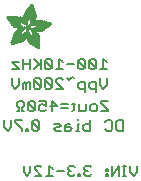
<source format=gbr>
G04 EAGLE Gerber RS-274X export*
G75*
%MOMM*%
%FSLAX34Y34*%
%LPD*%
%INSilkscreen Bottom*%
%IPPOS*%
%AMOC8*
5,1,8,0,0,1.08239X$1,22.5*%
G01*
%ADD10C,0.152400*%
%ADD11C,0.127000*%
%ADD12R,0.006300X0.050800*%
%ADD13R,0.006400X0.082600*%
%ADD14R,0.006300X0.120600*%
%ADD15R,0.006400X0.139700*%
%ADD16R,0.006300X0.158800*%
%ADD17R,0.006400X0.177800*%
%ADD18R,0.006300X0.196800*%
%ADD19R,0.006400X0.215900*%
%ADD20R,0.006300X0.228600*%
%ADD21R,0.006400X0.241300*%
%ADD22R,0.006300X0.254000*%
%ADD23R,0.006400X0.266700*%
%ADD24R,0.006300X0.279400*%
%ADD25R,0.006400X0.285700*%
%ADD26R,0.006300X0.298400*%
%ADD27R,0.006400X0.311200*%
%ADD28R,0.006300X0.317500*%
%ADD29R,0.006400X0.330200*%
%ADD30R,0.006300X0.336600*%
%ADD31R,0.006400X0.349200*%
%ADD32R,0.006300X0.361900*%
%ADD33R,0.006400X0.368300*%
%ADD34R,0.006300X0.381000*%
%ADD35R,0.006400X0.387300*%
%ADD36R,0.006300X0.393700*%
%ADD37R,0.006400X0.406400*%
%ADD38R,0.006300X0.412700*%
%ADD39R,0.006400X0.419100*%
%ADD40R,0.006300X0.431800*%
%ADD41R,0.006400X0.438100*%
%ADD42R,0.006300X0.450800*%
%ADD43R,0.006400X0.457200*%
%ADD44R,0.006300X0.463500*%
%ADD45R,0.006400X0.476200*%
%ADD46R,0.006300X0.482600*%
%ADD47R,0.006400X0.488900*%
%ADD48R,0.006300X0.501600*%
%ADD49R,0.006400X0.508000*%
%ADD50R,0.006300X0.514300*%
%ADD51R,0.006400X0.527000*%
%ADD52R,0.006300X0.533400*%
%ADD53R,0.006400X0.546100*%
%ADD54R,0.006300X0.552400*%
%ADD55R,0.006400X0.558800*%
%ADD56R,0.006300X0.571500*%
%ADD57R,0.006400X0.577800*%
%ADD58R,0.006300X0.584200*%
%ADD59R,0.006400X0.596900*%
%ADD60R,0.006300X0.603200*%
%ADD61R,0.006400X0.609600*%
%ADD62R,0.006300X0.622300*%
%ADD63R,0.006400X0.628600*%
%ADD64R,0.006300X0.641300*%
%ADD65R,0.006400X0.647700*%
%ADD66R,0.006300X0.063500*%
%ADD67R,0.006300X0.654000*%
%ADD68R,0.006400X0.101600*%
%ADD69R,0.006400X0.666700*%
%ADD70R,0.006300X0.139700*%
%ADD71R,0.006300X0.673100*%
%ADD72R,0.006400X0.165100*%
%ADD73R,0.006400X0.679400*%
%ADD74R,0.006300X0.196900*%
%ADD75R,0.006300X0.692100*%
%ADD76R,0.006400X0.222200*%
%ADD77R,0.006400X0.698500*%
%ADD78R,0.006300X0.247700*%
%ADD79R,0.006300X0.704800*%
%ADD80R,0.006400X0.279400*%
%ADD81R,0.006400X0.717500*%
%ADD82R,0.006300X0.298500*%
%ADD83R,0.006300X0.723900*%
%ADD84R,0.006400X0.736600*%
%ADD85R,0.006300X0.342900*%
%ADD86R,0.006300X0.742900*%
%ADD87R,0.006400X0.374700*%
%ADD88R,0.006400X0.749300*%
%ADD89R,0.006300X0.762000*%
%ADD90R,0.006400X0.412700*%
%ADD91R,0.006400X0.768300*%
%ADD92R,0.006300X0.438100*%
%ADD93R,0.006300X0.774700*%
%ADD94R,0.006400X0.463600*%
%ADD95R,0.006400X0.787400*%
%ADD96R,0.006300X0.793700*%
%ADD97R,0.006400X0.495300*%
%ADD98R,0.006400X0.800100*%
%ADD99R,0.006300X0.520700*%
%ADD100R,0.006300X0.812800*%
%ADD101R,0.006400X0.533400*%
%ADD102R,0.006400X0.819100*%
%ADD103R,0.006300X0.558800*%
%ADD104R,0.006300X0.825500*%
%ADD105R,0.006400X0.577900*%
%ADD106R,0.006400X0.831800*%
%ADD107R,0.006300X0.596900*%
%ADD108R,0.006300X0.844500*%
%ADD109R,0.006400X0.616000*%
%ADD110R,0.006400X0.850900*%
%ADD111R,0.006300X0.635000*%
%ADD112R,0.006300X0.857200*%
%ADD113R,0.006400X0.654100*%
%ADD114R,0.006400X0.863600*%
%ADD115R,0.006300X0.666700*%
%ADD116R,0.006300X0.869900*%
%ADD117R,0.006400X0.685800*%
%ADD118R,0.006400X0.876300*%
%ADD119R,0.006300X0.882600*%
%ADD120R,0.006400X0.723900*%
%ADD121R,0.006400X0.889000*%
%ADD122R,0.006300X0.895300*%
%ADD123R,0.006400X0.755700*%
%ADD124R,0.006400X0.901700*%
%ADD125R,0.006300X0.908000*%
%ADD126R,0.006400X0.793800*%
%ADD127R,0.006400X0.914400*%
%ADD128R,0.006300X0.806400*%
%ADD129R,0.006300X0.920700*%
%ADD130R,0.006400X0.825500*%
%ADD131R,0.006400X0.927100*%
%ADD132R,0.006300X0.933400*%
%ADD133R,0.006400X0.857300*%
%ADD134R,0.006400X0.939800*%
%ADD135R,0.006300X0.870000*%
%ADD136R,0.006300X0.939800*%
%ADD137R,0.006400X0.946100*%
%ADD138R,0.006300X0.952500*%
%ADD139R,0.006400X0.908000*%
%ADD140R,0.006400X0.958800*%
%ADD141R,0.006300X0.965200*%
%ADD142R,0.006400X0.965200*%
%ADD143R,0.006300X0.971500*%
%ADD144R,0.006400X0.952500*%
%ADD145R,0.006400X0.977900*%
%ADD146R,0.006300X0.958800*%
%ADD147R,0.006300X0.984200*%
%ADD148R,0.006400X0.971500*%
%ADD149R,0.006400X0.984200*%
%ADD150R,0.006300X0.990600*%
%ADD151R,0.006400X0.984300*%
%ADD152R,0.006400X0.996900*%
%ADD153R,0.006300X0.997000*%
%ADD154R,0.006300X0.996900*%
%ADD155R,0.006400X1.003300*%
%ADD156R,0.006300X1.016000*%
%ADD157R,0.006300X1.009600*%
%ADD158R,0.006400X1.016000*%
%ADD159R,0.006400X1.009600*%
%ADD160R,0.006300X1.022300*%
%ADD161R,0.006400X1.028700*%
%ADD162R,0.006300X1.035100*%
%ADD163R,0.006400X1.047800*%
%ADD164R,0.006300X1.054100*%
%ADD165R,0.006300X1.028700*%
%ADD166R,0.006400X1.054100*%
%ADD167R,0.006400X1.035000*%
%ADD168R,0.006300X1.060400*%
%ADD169R,0.006300X1.035000*%
%ADD170R,0.006400X1.060500*%
%ADD171R,0.006400X1.041400*%
%ADD172R,0.006300X1.066800*%
%ADD173R,0.006300X1.041400*%
%ADD174R,0.006400X1.079500*%
%ADD175R,0.006400X1.047700*%
%ADD176R,0.006300X1.085900*%
%ADD177R,0.006300X1.047700*%
%ADD178R,0.006400X1.085800*%
%ADD179R,0.006300X1.092200*%
%ADD180R,0.006400X1.085900*%
%ADD181R,0.006300X1.098600*%
%ADD182R,0.006400X1.098600*%
%ADD183R,0.006400X1.060400*%
%ADD184R,0.006300X1.104900*%
%ADD185R,0.006400X1.104900*%
%ADD186R,0.006400X1.066800*%
%ADD187R,0.006300X1.111200*%
%ADD188R,0.006400X1.117600*%
%ADD189R,0.006300X1.117600*%
%ADD190R,0.006300X1.073100*%
%ADD191R,0.006400X1.073100*%
%ADD192R,0.006300X1.124000*%
%ADD193R,0.006300X1.079500*%
%ADD194R,0.006400X1.123900*%
%ADD195R,0.006300X1.130300*%
%ADD196R,0.006400X1.130300*%
%ADD197R,0.006400X1.136700*%
%ADD198R,0.006300X1.136700*%
%ADD199R,0.006300X1.085800*%
%ADD200R,0.006400X1.136600*%
%ADD201R,0.006300X1.136600*%
%ADD202R,0.006400X1.143000*%
%ADD203R,0.006300X1.143000*%
%ADD204R,0.006300X1.149400*%
%ADD205R,0.006300X1.149300*%
%ADD206R,0.006400X1.149300*%
%ADD207R,0.006400X1.149400*%
%ADD208R,0.006400X1.155700*%
%ADD209R,0.006300X1.155700*%
%ADD210R,0.006300X1.060500*%
%ADD211R,0.006400X2.197100*%
%ADD212R,0.006300X2.197100*%
%ADD213R,0.006300X2.184400*%
%ADD214R,0.006400X2.184400*%
%ADD215R,0.006400X2.171700*%
%ADD216R,0.006300X2.171700*%
%ADD217R,0.006400X1.530300*%
%ADD218R,0.006300X1.505000*%
%ADD219R,0.006400X1.492300*%
%ADD220R,0.006300X1.485900*%
%ADD221R,0.006300X0.565200*%
%ADD222R,0.006400X1.473200*%
%ADD223R,0.006400X0.565200*%
%ADD224R,0.006300X1.460500*%
%ADD225R,0.006400X1.454100*%
%ADD226R,0.006400X0.552400*%
%ADD227R,0.006300X1.441500*%
%ADD228R,0.006300X0.546100*%
%ADD229R,0.006400X1.435100*%
%ADD230R,0.006400X0.539800*%
%ADD231R,0.006300X1.428800*%
%ADD232R,0.006400X1.422400*%
%ADD233R,0.006300X1.409700*%
%ADD234R,0.006300X0.527100*%
%ADD235R,0.006400X1.403300*%
%ADD236R,0.006400X0.527100*%
%ADD237R,0.006300X1.390700*%
%ADD238R,0.006400X1.384300*%
%ADD239R,0.006400X0.520700*%
%ADD240R,0.006300X1.384300*%
%ADD241R,0.006300X0.514400*%
%ADD242R,0.006400X1.371600*%
%ADD243R,0.006300X1.365200*%
%ADD244R,0.006300X0.508000*%
%ADD245R,0.006400X1.352600*%
%ADD246R,0.006400X0.501700*%
%ADD247R,0.006300X0.711200*%
%ADD248R,0.006300X0.603300*%
%ADD249R,0.006300X0.501700*%
%ADD250R,0.006400X0.692100*%
%ADD251R,0.006400X0.571500*%
%ADD252R,0.006300X0.679400*%
%ADD253R,0.006300X0.495300*%
%ADD254R,0.006400X0.673100*%
%ADD255R,0.006300X0.666800*%
%ADD256R,0.006300X0.488900*%
%ADD257R,0.006400X0.660400*%
%ADD258R,0.006400X0.482600*%
%ADD259R,0.006300X0.476200*%
%ADD260R,0.006400X0.654000*%
%ADD261R,0.006400X0.469900*%
%ADD262R,0.006400X0.476300*%
%ADD263R,0.006300X0.647700*%
%ADD264R,0.006300X0.457200*%
%ADD265R,0.006300X0.469900*%
%ADD266R,0.006400X0.641300*%
%ADD267R,0.006400X0.444500*%
%ADD268R,0.006300X0.463600*%
%ADD269R,0.006400X0.635000*%
%ADD270R,0.006400X0.463500*%
%ADD271R,0.006400X0.393700*%
%ADD272R,0.006400X0.450800*%
%ADD273R,0.006300X0.628600*%
%ADD274R,0.006300X0.387400*%
%ADD275R,0.006300X0.450900*%
%ADD276R,0.006400X0.628700*%
%ADD277R,0.006400X0.374600*%
%ADD278R,0.006300X0.368300*%
%ADD279R,0.006300X0.438200*%
%ADD280R,0.006400X0.622300*%
%ADD281R,0.006400X0.355600*%
%ADD282R,0.006400X0.431800*%
%ADD283R,0.006300X0.349300*%
%ADD284R,0.006300X0.425400*%
%ADD285R,0.006300X0.615900*%
%ADD286R,0.006300X0.330200*%
%ADD287R,0.006300X0.419100*%
%ADD288R,0.006300X0.616000*%
%ADD289R,0.006300X0.311200*%
%ADD290R,0.006300X0.406400*%
%ADD291R,0.006400X0.615900*%
%ADD292R,0.006400X0.304800*%
%ADD293R,0.006400X0.158800*%
%ADD294R,0.006300X0.609600*%
%ADD295R,0.006300X0.292100*%
%ADD296R,0.006300X0.235000*%
%ADD297R,0.006400X0.387400*%
%ADD298R,0.006400X0.292100*%
%ADD299R,0.006300X0.336500*%
%ADD300R,0.006300X0.260400*%
%ADD301R,0.006400X0.603300*%
%ADD302R,0.006400X0.260400*%
%ADD303R,0.006400X0.362000*%
%ADD304R,0.006400X0.450900*%
%ADD305R,0.006300X0.355600*%
%ADD306R,0.006400X0.342900*%
%ADD307R,0.006400X0.514300*%
%ADD308R,0.006300X0.234900*%
%ADD309R,0.006300X0.539700*%
%ADD310R,0.006400X0.603200*%
%ADD311R,0.006400X0.234900*%
%ADD312R,0.006400X0.920700*%
%ADD313R,0.006400X0.958900*%
%ADD314R,0.006300X0.215900*%
%ADD315R,0.006400X0.209600*%
%ADD316R,0.006300X0.203200*%
%ADD317R,0.006300X1.003300*%
%ADD318R,0.006400X0.203200*%
%ADD319R,0.006400X0.196900*%
%ADD320R,0.006300X0.190500*%
%ADD321R,0.006400X0.190500*%
%ADD322R,0.006300X0.184200*%
%ADD323R,0.006400X0.590500*%
%ADD324R,0.006400X0.184200*%
%ADD325R,0.006300X0.590500*%
%ADD326R,0.006300X0.177800*%
%ADD327R,0.006400X0.584200*%
%ADD328R,0.006400X1.168400*%
%ADD329R,0.006300X0.171500*%
%ADD330R,0.006300X1.187500*%
%ADD331R,0.006400X1.200100*%
%ADD332R,0.006300X0.577800*%
%ADD333R,0.006300X1.212900*%
%ADD334R,0.006400X1.231900*%
%ADD335R,0.006300X1.250900*%
%ADD336R,0.006400X0.565100*%
%ADD337R,0.006400X0.184100*%
%ADD338R,0.006400X1.263700*%
%ADD339R,0.006300X0.565100*%
%ADD340R,0.006300X1.289100*%
%ADD341R,0.006400X1.314400*%
%ADD342R,0.006300X0.552500*%
%ADD343R,0.006300X1.568500*%
%ADD344R,0.006400X0.552500*%
%ADD345R,0.006400X1.581200*%
%ADD346R,0.006300X1.593800*%
%ADD347R,0.006400X1.606500*%
%ADD348R,0.006300X1.619300*%
%ADD349R,0.006400X0.514400*%
%ADD350R,0.006400X1.638300*%
%ADD351R,0.006300X1.657300*%
%ADD352R,0.006400X2.209800*%
%ADD353R,0.006300X2.425700*%
%ADD354R,0.006400X2.470100*%
%ADD355R,0.006300X2.501900*%
%ADD356R,0.006400X2.533700*%
%ADD357R,0.006300X2.559000*%
%ADD358R,0.006400X2.584500*%
%ADD359R,0.006300X2.609900*%
%ADD360R,0.006400X2.628900*%
%ADD361R,0.006300X2.660600*%
%ADD362R,0.006400X2.673400*%
%ADD363R,0.006300X1.422400*%
%ADD364R,0.006300X1.200200*%
%ADD365R,0.006300X1.365300*%
%ADD366R,0.006400X1.365300*%
%ADD367R,0.006300X1.352500*%
%ADD368R,0.006300X1.098500*%
%ADD369R,0.006400X1.358900*%
%ADD370R,0.006300X1.352600*%
%ADD371R,0.006300X1.358900*%
%ADD372R,0.006300X1.371600*%
%ADD373R,0.006400X1.377900*%
%ADD374R,0.006400X1.397000*%
%ADD375R,0.006300X1.403300*%
%ADD376R,0.006300X0.914400*%
%ADD377R,0.006300X0.876300*%
%ADD378R,0.006300X0.374600*%
%ADD379R,0.006400X1.073200*%
%ADD380R,0.006300X0.374700*%
%ADD381R,0.006400X0.844600*%
%ADD382R,0.006300X0.844600*%
%ADD383R,0.006400X0.831900*%
%ADD384R,0.006400X1.092200*%
%ADD385R,0.006300X0.400000*%
%ADD386R,0.006400X0.819200*%
%ADD387R,0.006400X1.111300*%
%ADD388R,0.006400X0.812800*%
%ADD389R,0.006300X0.800100*%
%ADD390R,0.006300X0.476300*%
%ADD391R,0.006300X1.181100*%
%ADD392R,0.006400X0.501600*%
%ADD393R,0.006400X1.193800*%
%ADD394R,0.006400X0.781000*%
%ADD395R,0.006400X1.238200*%
%ADD396R,0.006300X0.781100*%
%ADD397R,0.006300X1.257300*%
%ADD398R,0.006400X1.295400*%
%ADD399R,0.006300X1.333500*%
%ADD400R,0.006400X0.774700*%
%ADD401R,0.006400X1.866900*%
%ADD402R,0.006300X0.209600*%
%ADD403R,0.006300X1.866900*%
%ADD404R,0.006400X0.768400*%
%ADD405R,0.006400X0.209500*%
%ADD406R,0.006400X1.860600*%
%ADD407R,0.006400X0.762000*%
%ADD408R,0.006300X0.768400*%
%ADD409R,0.006300X1.860600*%
%ADD410R,0.006400X1.860500*%
%ADD411R,0.006300X0.222300*%
%ADD412R,0.006300X1.854200*%
%ADD413R,0.006400X0.235000*%
%ADD414R,0.006400X1.854200*%
%ADD415R,0.006300X0.768300*%
%ADD416R,0.006400X0.260300*%
%ADD417R,0.006400X1.847800*%
%ADD418R,0.006300X0.266700*%
%ADD419R,0.006300X1.847800*%
%ADD420R,0.006400X0.273100*%
%ADD421R,0.006400X1.841500*%
%ADD422R,0.006300X0.285800*%
%ADD423R,0.006300X1.841500*%
%ADD424R,0.006400X0.298500*%
%ADD425R,0.006400X1.835100*%
%ADD426R,0.006300X0.781000*%
%ADD427R,0.006300X0.304800*%
%ADD428R,0.006300X1.835100*%
%ADD429R,0.006400X0.317500*%
%ADD430R,0.006400X1.828800*%
%ADD431R,0.006300X0.787400*%
%ADD432R,0.006300X0.323800*%
%ADD433R,0.006300X1.828800*%
%ADD434R,0.006400X0.793700*%
%ADD435R,0.006400X1.822400*%
%ADD436R,0.006300X0.806500*%
%ADD437R,0.006300X1.822400*%
%ADD438R,0.006400X1.816100*%
%ADD439R,0.006300X0.819100*%
%ADD440R,0.006300X0.387300*%
%ADD441R,0.006300X1.816100*%
%ADD442R,0.006400X1.809800*%
%ADD443R,0.006300X1.803400*%
%ADD444R,0.006400X1.797000*%
%ADD445R,0.006300X0.901700*%
%ADD446R,0.006300X1.797000*%
%ADD447R,0.006400X1.441400*%
%ADD448R,0.006400X1.790700*%
%ADD449R,0.006300X1.447800*%
%ADD450R,0.006300X1.784300*%
%ADD451R,0.006400X1.447800*%
%ADD452R,0.006400X1.784300*%
%ADD453R,0.006300X1.454100*%
%ADD454R,0.006300X1.771700*%
%ADD455R,0.006400X1.460500*%
%ADD456R,0.006400X1.759000*%
%ADD457R,0.006300X1.466800*%
%ADD458R,0.006300X1.752600*%
%ADD459R,0.006400X1.466800*%
%ADD460R,0.006400X1.739900*%
%ADD461R,0.006300X1.473200*%
%ADD462R,0.006300X1.727200*%
%ADD463R,0.006400X1.479500*%
%ADD464R,0.006400X1.714500*%
%ADD465R,0.006300X1.695400*%
%ADD466R,0.006400X1.485900*%
%ADD467R,0.006400X1.682700*%
%ADD468R,0.006300X1.492200*%
%ADD469R,0.006300X1.663700*%
%ADD470R,0.006400X1.498600*%
%ADD471R,0.006400X1.644600*%
%ADD472R,0.006300X1.498600*%
%ADD473R,0.006300X1.619200*%
%ADD474R,0.006400X1.511300*%
%ADD475R,0.006400X1.600200*%
%ADD476R,0.006300X1.517700*%
%ADD477R,0.006300X1.574800*%
%ADD478R,0.006400X1.524000*%
%ADD479R,0.006400X1.555800*%
%ADD480R,0.006300X1.524000*%
%ADD481R,0.006300X1.536700*%
%ADD482R,0.006400X1.530400*%
%ADD483R,0.006400X1.517700*%
%ADD484R,0.006300X1.492300*%
%ADD485R,0.006400X1.549400*%
%ADD486R,0.006400X1.479600*%
%ADD487R,0.006300X1.549400*%
%ADD488R,0.006400X1.555700*%
%ADD489R,0.006300X1.562100*%
%ADD490R,0.006300X0.323900*%
%ADD491R,0.006400X1.568400*%
%ADD492R,0.006400X0.336600*%
%ADD493R,0.006300X1.587500*%
%ADD494R,0.006300X0.971600*%
%ADD495R,0.006400X0.349300*%
%ADD496R,0.006300X1.600200*%
%ADD497R,0.006300X0.920800*%
%ADD498R,0.006400X0.882700*%
%ADD499R,0.006300X1.612900*%
%ADD500R,0.006300X0.362000*%
%ADD501R,0.006400X1.625600*%
%ADD502R,0.006300X1.625600*%
%ADD503R,0.006300X1.644600*%
%ADD504R,0.006300X0.736600*%
%ADD505R,0.006400X0.717600*%
%ADD506R,0.006300X1.657400*%
%ADD507R,0.006300X0.679500*%
%ADD508R,0.006400X1.663700*%
%ADD509R,0.006400X0.400000*%
%ADD510R,0.006300X1.676400*%
%ADD511R,0.006400X1.676400*%
%ADD512R,0.006400X0.425500*%
%ADD513R,0.006400X1.352500*%
%ADD514R,0.006300X0.444500*%
%ADD515R,0.006400X0.361900*%
%ADD516R,0.006300X0.088900*%
%ADD517R,0.006300X1.009700*%
%ADD518R,0.006400X1.009700*%
%ADD519R,0.006400X1.022300*%
%ADD520R,0.006400X1.346200*%
%ADD521R,0.006300X1.346200*%
%ADD522R,0.006400X1.339900*%
%ADD523R,0.006400X1.035100*%
%ADD524R,0.006300X1.339800*%
%ADD525R,0.006400X1.333500*%
%ADD526R,0.006400X1.327200*%
%ADD527R,0.006300X1.320800*%
%ADD528R,0.006400X1.314500*%
%ADD529R,0.006300X1.314400*%
%ADD530R,0.006400X1.301700*%
%ADD531R,0.006300X1.295400*%
%ADD532R,0.006400X1.289000*%
%ADD533R,0.006300X1.276300*%
%ADD534R,0.006300X1.251000*%
%ADD535R,0.006400X1.244600*%
%ADD536R,0.006300X1.231900*%
%ADD537R,0.006400X1.212800*%
%ADD538R,0.006300X1.200100*%
%ADD539R,0.006400X1.187400*%
%ADD540R,0.006300X1.168400*%
%ADD541R,0.006300X1.047800*%
%ADD542R,0.006300X0.977900*%
%ADD543R,0.006400X0.946200*%
%ADD544R,0.006400X0.933400*%
%ADD545R,0.006400X0.895300*%
%ADD546R,0.006300X0.882700*%
%ADD547R,0.006300X0.863600*%
%ADD548R,0.006400X0.857200*%
%ADD549R,0.006300X0.850900*%
%ADD550R,0.006300X0.838200*%
%ADD551R,0.006400X0.806500*%
%ADD552R,0.006300X0.717600*%
%ADD553R,0.006400X0.711200*%
%ADD554R,0.006400X0.641400*%
%ADD555R,0.006300X0.641400*%
%ADD556R,0.006300X0.628700*%
%ADD557R,0.006300X0.590600*%
%ADD558R,0.006400X0.539700*%
%ADD559R,0.006300X0.285700*%
%ADD560R,0.006300X0.222200*%
%ADD561R,0.006300X0.171400*%
%ADD562R,0.006400X0.152400*%
%ADD563R,0.006300X0.133400*%


D10*
X117712Y13215D02*
X117712Y7453D01*
X114831Y4572D01*
X111950Y7453D01*
X111950Y13215D01*
X108357Y4572D02*
X105476Y4572D01*
X106917Y4572D02*
X106917Y13215D01*
X108357Y13215D02*
X105476Y13215D01*
X102120Y13215D02*
X102120Y4572D01*
X96358Y4572D02*
X102120Y13215D01*
X96358Y13215D02*
X96358Y4572D01*
X92765Y10334D02*
X91325Y10334D01*
X91325Y8894D01*
X92765Y8894D01*
X92765Y10334D01*
X92765Y6013D02*
X91325Y6013D01*
X91325Y4572D01*
X92765Y4572D01*
X92765Y6013D01*
X78732Y11775D02*
X77292Y13215D01*
X74411Y13215D01*
X72970Y11775D01*
X72970Y10334D01*
X74411Y8894D01*
X75851Y8894D01*
X74411Y8894D02*
X72970Y7453D01*
X72970Y6013D01*
X74411Y4572D01*
X77292Y4572D01*
X78732Y6013D01*
X69377Y6013D02*
X69377Y4572D01*
X69377Y6013D02*
X67937Y6013D01*
X67937Y4572D01*
X69377Y4572D01*
X64700Y11775D02*
X63259Y13215D01*
X60378Y13215D01*
X58937Y11775D01*
X58937Y10334D01*
X60378Y8894D01*
X61819Y8894D01*
X60378Y8894D02*
X58937Y7453D01*
X58937Y6013D01*
X60378Y4572D01*
X63259Y4572D01*
X64700Y6013D01*
X55344Y8894D02*
X49582Y8894D01*
X45989Y10334D02*
X43108Y13215D01*
X43108Y4572D01*
X45989Y4572D02*
X40227Y4572D01*
X36634Y4572D02*
X30872Y4572D01*
X36634Y4572D02*
X30872Y10334D01*
X30872Y11775D01*
X32312Y13215D01*
X35194Y13215D01*
X36634Y11775D01*
X27279Y13215D02*
X27279Y7453D01*
X24398Y4572D01*
X21517Y7453D01*
X21517Y13215D01*
D11*
X87413Y67953D02*
X93345Y67953D01*
X87413Y67953D02*
X87413Y66470D01*
X93345Y60538D01*
X93345Y59055D01*
X87413Y59055D01*
X82507Y59055D02*
X79541Y59055D01*
X78058Y60538D01*
X78058Y63504D01*
X79541Y64987D01*
X82507Y64987D01*
X83990Y63504D01*
X83990Y60538D01*
X82507Y59055D01*
X74635Y60538D02*
X74635Y64987D01*
X74635Y60538D02*
X73152Y59055D01*
X68703Y59055D01*
X68703Y64987D01*
X63797Y66470D02*
X63797Y60538D01*
X62314Y59055D01*
X62314Y64987D02*
X65279Y64987D01*
X59043Y62021D02*
X53111Y62021D01*
X53111Y64987D02*
X59043Y64987D01*
X45239Y67953D02*
X45239Y59055D01*
X49687Y63504D02*
X45239Y67953D01*
X43756Y63504D02*
X49687Y63504D01*
X40332Y67953D02*
X34401Y67953D01*
X40332Y67953D02*
X40332Y63504D01*
X37366Y64987D01*
X35884Y64987D01*
X34401Y63504D01*
X34401Y60538D01*
X35884Y59055D01*
X38849Y59055D01*
X40332Y60538D01*
X30977Y60538D02*
X30977Y66470D01*
X29494Y67953D01*
X26528Y67953D01*
X25045Y66470D01*
X25045Y60538D01*
X26528Y59055D01*
X29494Y59055D01*
X30977Y60538D01*
X25045Y66470D01*
X21622Y59055D02*
X20139Y59055D01*
X20139Y62021D01*
X21622Y63504D01*
X21622Y66470D01*
X20139Y67953D01*
X17173Y67953D01*
X15690Y66470D01*
X15690Y63504D01*
X17173Y62021D01*
X17173Y59055D01*
X15690Y59055D01*
X89109Y103513D02*
X92075Y100547D01*
X89109Y103513D02*
X89109Y94615D01*
X92075Y94615D02*
X86143Y94615D01*
X82720Y96098D02*
X82720Y102030D01*
X81237Y103513D01*
X78271Y103513D01*
X76788Y102030D01*
X76788Y96098D01*
X78271Y94615D01*
X81237Y94615D01*
X82720Y96098D01*
X76788Y102030D01*
X73365Y102030D02*
X73365Y96098D01*
X73365Y102030D02*
X71882Y103513D01*
X68916Y103513D01*
X67433Y102030D01*
X67433Y96098D01*
X68916Y94615D01*
X71882Y94615D01*
X73365Y96098D01*
X67433Y102030D01*
X64009Y99064D02*
X58078Y99064D01*
X54654Y100547D02*
X51688Y103513D01*
X51688Y94615D01*
X48723Y94615D02*
X54654Y94615D01*
X45299Y96098D02*
X45299Y102030D01*
X43816Y103513D01*
X40850Y103513D01*
X39367Y102030D01*
X39367Y96098D01*
X40850Y94615D01*
X43816Y94615D01*
X45299Y96098D01*
X39367Y102030D01*
X35944Y103513D02*
X35944Y94615D01*
X35944Y97581D02*
X30012Y103513D01*
X34461Y99064D02*
X30012Y94615D01*
X26589Y94615D02*
X26589Y103513D01*
X26589Y99064D02*
X20657Y99064D01*
X20657Y103513D02*
X20657Y94615D01*
X17234Y100547D02*
X11302Y100547D01*
X17234Y94615D01*
X11302Y94615D01*
X106045Y51443D02*
X106045Y42545D01*
X101596Y42545D01*
X100113Y44028D01*
X100113Y49960D01*
X101596Y51443D01*
X106045Y51443D01*
X92241Y51443D02*
X90758Y49960D01*
X92241Y51443D02*
X95207Y51443D01*
X96690Y49960D01*
X96690Y44028D01*
X95207Y42545D01*
X92241Y42545D01*
X90758Y44028D01*
X77979Y42545D02*
X77979Y51443D01*
X77979Y42545D02*
X73531Y42545D01*
X72048Y44028D01*
X72048Y46994D01*
X73531Y48477D01*
X77979Y48477D01*
X68624Y48477D02*
X67141Y48477D01*
X67141Y42545D01*
X68624Y42545D02*
X65658Y42545D01*
X67141Y51443D02*
X67141Y52926D01*
X60905Y48477D02*
X57939Y48477D01*
X56456Y46994D01*
X56456Y42545D01*
X60905Y42545D01*
X62387Y44028D01*
X60905Y45511D01*
X56456Y45511D01*
X53032Y42545D02*
X48584Y42545D01*
X47101Y44028D01*
X48584Y45511D01*
X51549Y45511D01*
X53032Y46994D01*
X51549Y48477D01*
X47101Y48477D01*
X34322Y49960D02*
X34322Y44028D01*
X34322Y49960D02*
X32839Y51443D01*
X29873Y51443D01*
X28390Y49960D01*
X28390Y44028D01*
X29873Y42545D01*
X32839Y42545D01*
X34322Y44028D01*
X28390Y49960D01*
X24967Y44028D02*
X24967Y42545D01*
X24967Y44028D02*
X23484Y44028D01*
X23484Y42545D01*
X24967Y42545D01*
X20289Y51443D02*
X14357Y51443D01*
X14357Y49960D01*
X20289Y44028D01*
X20289Y42545D01*
X10934Y45511D02*
X10934Y51443D01*
X10934Y45511D02*
X7968Y42545D01*
X5002Y45511D01*
X5002Y51443D01*
X92075Y81071D02*
X92075Y87003D01*
X92075Y81071D02*
X89109Y78105D01*
X86143Y81071D01*
X86143Y87003D01*
X82720Y84037D02*
X82720Y75139D01*
X82720Y84037D02*
X78271Y84037D01*
X76788Y82554D01*
X76788Y79588D01*
X78271Y78105D01*
X82720Y78105D01*
X73365Y75139D02*
X73365Y84037D01*
X68916Y84037D01*
X67433Y82554D01*
X67433Y79588D01*
X68916Y78105D01*
X73365Y78105D01*
X64009Y87003D02*
X62527Y88486D01*
X59561Y85520D01*
X58078Y87003D01*
X54654Y78105D02*
X48723Y78105D01*
X54654Y78105D02*
X48723Y84037D01*
X48723Y85520D01*
X50205Y87003D01*
X53171Y87003D01*
X54654Y85520D01*
X45299Y85520D02*
X45299Y79588D01*
X45299Y85520D02*
X43816Y87003D01*
X40850Y87003D01*
X39367Y85520D01*
X39367Y79588D01*
X40850Y78105D01*
X43816Y78105D01*
X45299Y79588D01*
X39367Y85520D01*
X35944Y85520D02*
X35944Y79588D01*
X35944Y85520D02*
X34461Y87003D01*
X31495Y87003D01*
X30012Y85520D01*
X30012Y79588D01*
X31495Y78105D01*
X34461Y78105D01*
X35944Y79588D01*
X30012Y85520D01*
X26589Y84037D02*
X26589Y78105D01*
X26589Y84037D02*
X25106Y84037D01*
X23623Y82554D01*
X23623Y78105D01*
X23623Y82554D02*
X22140Y84037D01*
X20657Y82554D01*
X20657Y78105D01*
X17234Y81071D02*
X17234Y87003D01*
X17234Y81071D02*
X14268Y78105D01*
X11302Y81071D01*
X11302Y87003D01*
D12*
X7811Y138398D03*
D13*
X7874Y138430D03*
D14*
X7938Y138430D03*
D15*
X8001Y138399D03*
D16*
X8065Y138430D03*
D17*
X8128Y138398D03*
D18*
X8192Y138430D03*
D19*
X8255Y138399D03*
D20*
X8319Y138398D03*
D21*
X8382Y138335D03*
D22*
X8446Y138335D03*
D23*
X8509Y138272D03*
D24*
X8573Y138271D03*
D25*
X8636Y138240D03*
D26*
X8700Y138176D03*
D27*
X8763Y138176D03*
D28*
X8827Y138145D03*
D29*
X8890Y138081D03*
D30*
X8954Y138049D03*
D31*
X9017Y138049D03*
D32*
X9081Y137986D03*
D33*
X9144Y137954D03*
D34*
X9208Y137890D03*
D35*
X9271Y137859D03*
D36*
X9335Y137827D03*
D37*
X9398Y137763D03*
D38*
X9462Y137732D03*
D39*
X9525Y137700D03*
D40*
X9589Y137636D03*
D41*
X9652Y137605D03*
D42*
X9716Y137541D03*
D43*
X9779Y137509D03*
D44*
X9843Y137478D03*
D45*
X9906Y137414D03*
D46*
X9970Y137382D03*
D47*
X10033Y137351D03*
D48*
X10097Y137287D03*
D49*
X10160Y137255D03*
D50*
X10224Y137224D03*
D51*
X10287Y137160D03*
D52*
X10351Y137128D03*
D53*
X10414Y137065D03*
D54*
X10478Y137033D03*
D55*
X10541Y137001D03*
D56*
X10605Y136938D03*
D57*
X10668Y136906D03*
D58*
X10732Y136874D03*
D59*
X10795Y136811D03*
D60*
X10859Y136779D03*
D61*
X10922Y136747D03*
D62*
X10986Y136684D03*
D63*
X11049Y136652D03*
D64*
X11113Y136589D03*
D65*
X11176Y136557D03*
D66*
X11240Y116745D03*
D67*
X11240Y136525D03*
D68*
X11303Y116745D03*
D69*
X11303Y136462D03*
D70*
X11367Y116809D03*
D71*
X11367Y136430D03*
D72*
X11430Y116872D03*
D73*
X11430Y136398D03*
D74*
X11494Y116904D03*
D75*
X11494Y136335D03*
D76*
X11557Y116967D03*
D77*
X11557Y136303D03*
D78*
X11621Y117031D03*
D79*
X11621Y136271D03*
D80*
X11684Y117126D03*
D81*
X11684Y136208D03*
D82*
X11748Y117158D03*
D83*
X11748Y136176D03*
D29*
X11811Y117253D03*
D84*
X11811Y136112D03*
D85*
X11875Y117317D03*
D86*
X11875Y136081D03*
D87*
X11938Y117412D03*
D88*
X11938Y136049D03*
D36*
X12002Y117507D03*
D89*
X12002Y135985D03*
D90*
X12065Y117539D03*
D91*
X12065Y135954D03*
D92*
X12129Y117666D03*
D93*
X12129Y135922D03*
D94*
X12192Y117729D03*
D95*
X12192Y135858D03*
D46*
X12256Y117824D03*
D96*
X12256Y135827D03*
D97*
X12319Y117888D03*
D98*
X12319Y135795D03*
D99*
X12383Y118015D03*
D100*
X12383Y135731D03*
D101*
X12446Y118078D03*
D102*
X12446Y135700D03*
D103*
X12510Y118205D03*
D104*
X12510Y135668D03*
D105*
X12573Y118301D03*
D106*
X12573Y135636D03*
D107*
X12637Y118396D03*
D108*
X12637Y135573D03*
D109*
X12700Y118491D03*
D110*
X12700Y135541D03*
D111*
X12764Y118586D03*
D112*
X12764Y135509D03*
D113*
X12827Y118682D03*
D114*
X12827Y135477D03*
D115*
X12891Y118809D03*
D116*
X12891Y135446D03*
D117*
X12954Y118904D03*
D118*
X12954Y135414D03*
D79*
X13018Y118999D03*
D119*
X13018Y135382D03*
D120*
X13081Y119095D03*
D121*
X13081Y135350D03*
D86*
X13145Y119190D03*
D122*
X13145Y135319D03*
D123*
X13208Y119317D03*
D124*
X13208Y135287D03*
D93*
X13272Y119412D03*
D125*
X13272Y135255D03*
D126*
X13335Y119507D03*
D127*
X13335Y135223D03*
D128*
X13399Y119634D03*
D129*
X13399Y135192D03*
D130*
X13462Y119730D03*
D131*
X13462Y135160D03*
D108*
X13526Y119825D03*
D132*
X13526Y135128D03*
D133*
X13589Y119952D03*
D134*
X13589Y135096D03*
D135*
X13653Y120015D03*
D136*
X13653Y135096D03*
D121*
X13716Y120110D03*
D137*
X13716Y135065D03*
D122*
X13780Y120206D03*
D138*
X13780Y135033D03*
D139*
X13843Y120269D03*
D140*
X13843Y135001D03*
D129*
X13907Y120333D03*
D141*
X13907Y134969D03*
D131*
X13970Y120428D03*
D142*
X13970Y134969D03*
D136*
X14034Y120491D03*
D143*
X14034Y134938D03*
D144*
X14097Y120555D03*
D145*
X14097Y134906D03*
D146*
X14161Y120650D03*
D147*
X14161Y134874D03*
D148*
X14224Y120714D03*
D149*
X14224Y134874D03*
D147*
X14288Y120777D03*
D150*
X14288Y134842D03*
D151*
X14351Y120841D03*
D152*
X14351Y134811D03*
D153*
X14415Y120904D03*
D154*
X14415Y134811D03*
D155*
X14478Y120936D03*
X14478Y134779D03*
D156*
X14542Y120999D03*
D157*
X14542Y134747D03*
D158*
X14605Y121063D03*
D159*
X14605Y134747D03*
D160*
X14669Y121095D03*
D156*
X14669Y134715D03*
D161*
X14732Y121190D03*
D158*
X14732Y134715D03*
D162*
X14796Y121222D03*
D160*
X14796Y134684D03*
D163*
X14859Y121285D03*
D161*
X14859Y134652D03*
D164*
X14923Y121317D03*
D165*
X14923Y134652D03*
D166*
X14986Y121381D03*
D167*
X14986Y134620D03*
D168*
X15050Y121412D03*
D169*
X15050Y134620D03*
D170*
X15113Y121476D03*
D171*
X15113Y134588D03*
D172*
X15177Y121507D03*
D173*
X15177Y134588D03*
D174*
X15240Y121571D03*
D175*
X15240Y134557D03*
D176*
X15304Y121603D03*
D177*
X15304Y134557D03*
D178*
X15367Y121666D03*
D166*
X15367Y134525D03*
D179*
X15431Y121698D03*
D164*
X15431Y134525D03*
D180*
X15494Y121730D03*
D166*
X15494Y134525D03*
D181*
X15558Y121793D03*
D168*
X15558Y134493D03*
D182*
X15621Y121793D03*
D183*
X15621Y134493D03*
D184*
X15685Y121825D03*
D172*
X15685Y134461D03*
D185*
X15748Y121889D03*
D186*
X15748Y134461D03*
D187*
X15812Y121920D03*
D172*
X15812Y134461D03*
D188*
X15875Y121952D03*
D186*
X15875Y134461D03*
D189*
X15939Y122015D03*
D190*
X15939Y134430D03*
D188*
X16002Y122015D03*
D191*
X16002Y134430D03*
D192*
X16066Y122047D03*
D193*
X16066Y134398D03*
D194*
X16129Y122111D03*
D174*
X16129Y134398D03*
D195*
X16193Y122143D03*
D193*
X16193Y134398D03*
D196*
X16256Y122143D03*
D174*
X16256Y134398D03*
D195*
X16320Y122206D03*
D193*
X16320Y134398D03*
D197*
X16383Y122238D03*
D178*
X16383Y134366D03*
D198*
X16447Y122238D03*
D199*
X16447Y134366D03*
D200*
X16510Y122301D03*
D174*
X16510Y134335D03*
D201*
X16574Y122301D03*
D193*
X16574Y134335D03*
D202*
X16637Y122333D03*
D180*
X16637Y134303D03*
D203*
X16701Y122396D03*
D176*
X16701Y134303D03*
D202*
X16764Y122396D03*
D180*
X16764Y134303D03*
D204*
X16828Y122428D03*
D176*
X16828Y134303D03*
D202*
X16891Y122460D03*
D180*
X16891Y134303D03*
D205*
X16955Y122492D03*
D176*
X16955Y134303D03*
D206*
X17018Y122492D03*
D180*
X17018Y134303D03*
D204*
X17082Y122555D03*
D176*
X17082Y134303D03*
D207*
X17145Y122555D03*
D180*
X17145Y134303D03*
D204*
X17209Y122555D03*
D199*
X17209Y134239D03*
D206*
X17272Y122619D03*
D178*
X17272Y134239D03*
D205*
X17336Y122619D03*
D199*
X17336Y134239D03*
D208*
X17399Y122651D03*
D178*
X17399Y134239D03*
D204*
X17463Y122682D03*
D199*
X17463Y134239D03*
D207*
X17526Y122682D03*
D178*
X17526Y134239D03*
D209*
X17590Y122714D03*
D199*
X17590Y134239D03*
D206*
X17653Y122746D03*
D178*
X17653Y134239D03*
D205*
X17717Y122746D03*
D193*
X17717Y134208D03*
D208*
X17780Y122778D03*
D174*
X17780Y134208D03*
D204*
X17844Y122809D03*
D193*
X17844Y134208D03*
D207*
X17907Y122809D03*
D174*
X17907Y134208D03*
D204*
X17971Y122809D03*
D193*
X17971Y134208D03*
D206*
X18034Y122873D03*
D191*
X18034Y134176D03*
D205*
X18098Y122873D03*
D190*
X18098Y134176D03*
D206*
X18161Y122873D03*
D186*
X18161Y134207D03*
D204*
X18225Y122936D03*
D172*
X18225Y134207D03*
D207*
X18288Y122936D03*
D186*
X18288Y134207D03*
D204*
X18352Y122936D03*
D210*
X18352Y134176D03*
D202*
X18415Y122968D03*
D170*
X18415Y134176D03*
D205*
X18479Y123000D03*
D210*
X18479Y134176D03*
D206*
X18542Y123000D03*
D166*
X18542Y134144D03*
D203*
X18606Y123031D03*
D164*
X18606Y134144D03*
D207*
X18669Y123063D03*
D166*
X18669Y134144D03*
D204*
X18733Y123063D03*
D164*
X18733Y134144D03*
D211*
X18796Y128366D03*
D212*
X18860Y128366D03*
D211*
X18923Y128366D03*
D213*
X18987Y128365D03*
D214*
X19050Y128365D03*
D213*
X19114Y128365D03*
D215*
X19177Y128366D03*
D216*
X19241Y128366D03*
D217*
X19304Y125159D03*
D59*
X19304Y136176D03*
D218*
X19368Y125095D03*
D58*
X19368Y136239D03*
D219*
X19431Y125032D03*
D57*
X19431Y136271D03*
D220*
X19495Y125000D03*
D221*
X19495Y136271D03*
D222*
X19558Y124936D03*
D223*
X19558Y136271D03*
D224*
X19622Y124937D03*
D54*
X19622Y136271D03*
D225*
X19685Y124905D03*
D226*
X19685Y136271D03*
D227*
X19749Y124905D03*
D228*
X19749Y136240D03*
D229*
X19812Y124873D03*
D230*
X19812Y136271D03*
D231*
X19876Y124841D03*
D52*
X19876Y136239D03*
D232*
X19939Y124809D03*
D101*
X19939Y136239D03*
D233*
X20003Y124810D03*
D234*
X20003Y136208D03*
D235*
X20066Y124778D03*
D236*
X20066Y136208D03*
D237*
X20130Y124778D03*
D99*
X20130Y136176D03*
D238*
X20193Y124746D03*
D239*
X20193Y136176D03*
D240*
X20257Y124746D03*
D241*
X20257Y136144D03*
D242*
X20320Y124746D03*
D49*
X20320Y136112D03*
D243*
X20384Y124714D03*
D244*
X20384Y136112D03*
D245*
X20447Y124714D03*
D246*
X20447Y136081D03*
D247*
X20511Y121507D03*
D248*
X20511Y128461D03*
D249*
X20511Y136081D03*
D250*
X20574Y121476D03*
D251*
X20574Y128556D03*
D97*
X20574Y136049D03*
D252*
X20638Y121412D03*
D228*
X20638Y128620D03*
D253*
X20638Y135986D03*
D254*
X20701Y121444D03*
D101*
X20701Y128683D03*
D47*
X20701Y135954D03*
D255*
X20765Y121412D03*
D50*
X20765Y128715D03*
D256*
X20765Y135954D03*
D257*
X20828Y121380D03*
D97*
X20828Y128747D03*
D258*
X20828Y135922D03*
D67*
X20892Y121412D03*
D46*
X20892Y128810D03*
D259*
X20892Y135890D03*
D260*
X20955Y121412D03*
D261*
X20955Y128810D03*
D262*
X20955Y135827D03*
D263*
X21019Y121444D03*
D264*
X21019Y128873D03*
D265*
X21019Y135795D03*
D266*
X21082Y121476D03*
D267*
X21082Y128874D03*
D261*
X21082Y135795D03*
D64*
X21146Y121476D03*
D40*
X21146Y128937D03*
D268*
X21146Y135763D03*
D269*
X21209Y121507D03*
D39*
X21209Y128937D03*
D270*
X21209Y135700D03*
D111*
X21273Y121507D03*
D38*
X21273Y128969D03*
D264*
X21273Y135668D03*
D63*
X21336Y121539D03*
D271*
X21336Y129001D03*
D272*
X21336Y135636D03*
D273*
X21400Y121539D03*
D274*
X21400Y129032D03*
D275*
X21400Y135573D03*
D276*
X21463Y121603D03*
D277*
X21463Y129032D03*
D267*
X21463Y135541D03*
D62*
X21527Y121635D03*
D278*
X21527Y129064D03*
D279*
X21527Y135509D03*
D280*
X21590Y121635D03*
D281*
X21590Y129064D03*
D282*
X21590Y135414D03*
D62*
X21654Y121698D03*
D283*
X21654Y129096D03*
D284*
X21654Y135382D03*
D280*
X21717Y121698D03*
D29*
X21717Y129127D03*
D39*
X21717Y135351D03*
D285*
X21781Y121730D03*
D286*
X21781Y129127D03*
D287*
X21781Y135287D03*
D109*
X21844Y121793D03*
D27*
X21844Y129159D03*
D37*
X21844Y135223D03*
D288*
X21908Y121793D03*
D289*
X21908Y129159D03*
D290*
X21908Y135160D03*
D291*
X21971Y121857D03*
D292*
X21971Y129191D03*
D271*
X21971Y135097D03*
D293*
X21971Y139065D03*
D294*
X22035Y121888D03*
D295*
X22035Y129191D03*
D36*
X22035Y135033D03*
D296*
X22035Y139065D03*
D109*
X22098Y121920D03*
D25*
X22098Y129223D03*
D297*
X22098Y135001D03*
D298*
X22098Y139097D03*
D285*
X22162Y121984D03*
D24*
X22162Y129254D03*
D34*
X22162Y134906D03*
D299*
X22162Y139129D03*
D61*
X22225Y122015D03*
D23*
X22225Y129255D03*
D277*
X22225Y134874D03*
D87*
X22225Y139129D03*
D294*
X22289Y122079D03*
D300*
X22289Y129286D03*
D278*
X22289Y134779D03*
D38*
X22289Y139129D03*
D301*
X22352Y122111D03*
D302*
X22352Y129286D03*
D303*
X22352Y134747D03*
D304*
X22352Y139129D03*
D294*
X22416Y122142D03*
D22*
X22416Y129318D03*
D305*
X22416Y134652D03*
D46*
X22416Y139097D03*
D61*
X22479Y122206D03*
D21*
X22479Y129318D03*
D306*
X22479Y134589D03*
D307*
X22479Y139129D03*
D248*
X22543Y122238D03*
D308*
X22543Y129350D03*
D85*
X22543Y134525D03*
D309*
X22543Y139129D03*
D310*
X22606Y122301D03*
D311*
X22606Y129350D03*
D312*
X22606Y137351D03*
D248*
X22670Y122365D03*
D20*
X22670Y129381D03*
D132*
X22670Y137414D03*
D310*
X22733Y122428D03*
D19*
X22733Y129382D03*
D313*
X22733Y137478D03*
D107*
X22797Y122460D03*
D314*
X22797Y129382D03*
D141*
X22797Y137509D03*
D59*
X22860Y122524D03*
D315*
X22860Y129413D03*
D149*
X22860Y137541D03*
D107*
X22924Y122587D03*
D316*
X22924Y129445D03*
D317*
X22924Y137573D03*
D59*
X22987Y122651D03*
D318*
X22987Y129445D03*
D158*
X22987Y137636D03*
D107*
X23051Y122714D03*
D74*
X23051Y129477D03*
D169*
X23051Y137668D03*
D59*
X23114Y122778D03*
D319*
X23114Y129477D03*
D163*
X23114Y137668D03*
D107*
X23178Y122841D03*
D320*
X23178Y129509D03*
D172*
X23178Y137700D03*
D59*
X23241Y122905D03*
D321*
X23241Y129509D03*
D191*
X23241Y137732D03*
D107*
X23305Y122968D03*
D322*
X23305Y129540D03*
D179*
X23305Y137763D03*
D323*
X23368Y123000D03*
D324*
X23368Y129540D03*
D185*
X23368Y137764D03*
D325*
X23432Y123127D03*
D326*
X23432Y129572D03*
D192*
X23432Y137795D03*
D327*
X23495Y123158D03*
D17*
X23495Y129572D03*
D200*
X23495Y137795D03*
D325*
X23559Y123254D03*
D326*
X23559Y129572D03*
D209*
X23559Y137827D03*
D327*
X23622Y123349D03*
D17*
X23622Y129572D03*
D328*
X23622Y137827D03*
D58*
X23686Y123412D03*
D329*
X23686Y129604D03*
D330*
X23686Y137859D03*
D105*
X23749Y123508D03*
D17*
X23749Y129635D03*
D331*
X23749Y137859D03*
D332*
X23813Y123571D03*
D326*
X23813Y129635D03*
D333*
X23813Y137859D03*
D57*
X23876Y123698D03*
D324*
X23876Y129667D03*
D334*
X23876Y137891D03*
D56*
X23940Y123794D03*
D322*
X23940Y129667D03*
D335*
X23940Y137859D03*
D336*
X24003Y123889D03*
D337*
X24003Y129731D03*
D338*
X24003Y137859D03*
D339*
X24067Y124016D03*
D74*
X24067Y129731D03*
D340*
X24067Y137859D03*
D55*
X24130Y124111D03*
D315*
X24130Y129794D03*
D341*
X24130Y137795D03*
D342*
X24194Y124270D03*
D343*
X24194Y136589D03*
D344*
X24257Y124397D03*
D345*
X24257Y136652D03*
D52*
X24321Y124555D03*
D346*
X24321Y136652D03*
D101*
X24384Y124746D03*
D347*
X24384Y136716D03*
D99*
X24448Y124873D03*
D348*
X24448Y136716D03*
D349*
X24511Y125095D03*
D350*
X24511Y136748D03*
D99*
X24575Y125318D03*
D351*
X24575Y136716D03*
D352*
X24638Y134017D03*
D353*
X24702Y133065D03*
D354*
X24765Y132906D03*
D355*
X24829Y132811D03*
D356*
X24892Y132779D03*
D357*
X24956Y132715D03*
D358*
X25019Y132652D03*
D359*
X25083Y132652D03*
D360*
X25146Y132620D03*
D361*
X25210Y132588D03*
D362*
X25273Y132588D03*
D363*
X25337Y126143D03*
D364*
X25337Y140081D03*
D238*
X25400Y125889D03*
D208*
X25400Y140367D03*
D365*
X25464Y125667D03*
D192*
X25464Y140589D03*
D366*
X25527Y125540D03*
D188*
X25527Y140748D03*
D367*
X25591Y125413D03*
D368*
X25591Y140907D03*
D369*
X25654Y125318D03*
D180*
X25654Y141034D03*
D370*
X25718Y125222D03*
D193*
X25718Y141193D03*
D369*
X25781Y125127D03*
D186*
X25781Y141319D03*
D371*
X25845Y125064D03*
D210*
X25845Y141415D03*
D242*
X25908Y125000D03*
D170*
X25908Y141542D03*
D372*
X25972Y124936D03*
D164*
X25972Y141637D03*
D373*
X26035Y124905D03*
D183*
X26035Y141732D03*
D240*
X26099Y124873D03*
D164*
X26099Y141828D03*
D374*
X26162Y124809D03*
D170*
X26162Y141923D03*
D375*
X26226Y124778D03*
D164*
X26226Y142018D03*
D134*
X26289Y122396D03*
D37*
X26289Y129762D03*
D166*
X26289Y142082D03*
D376*
X26353Y122206D03*
D36*
X26353Y129890D03*
D210*
X26353Y142177D03*
D121*
X26416Y122015D03*
D87*
X26416Y129985D03*
D183*
X26416Y142240D03*
D377*
X26480Y121889D03*
D378*
X26480Y130048D03*
D190*
X26480Y142304D03*
D114*
X26543Y121761D03*
D33*
X26543Y130080D03*
D379*
X26543Y142367D03*
D112*
X26607Y121666D03*
D380*
X26607Y130112D03*
D190*
X26607Y142431D03*
D381*
X26670Y121539D03*
D277*
X26670Y130175D03*
D178*
X26670Y142494D03*
D382*
X26734Y121412D03*
D34*
X26734Y130207D03*
D179*
X26734Y142526D03*
D383*
X26797Y121349D03*
D35*
X26797Y130239D03*
D384*
X26797Y142589D03*
D104*
X26861Y121254D03*
D385*
X26861Y130302D03*
D184*
X26861Y142653D03*
D386*
X26924Y121158D03*
D37*
X26924Y130334D03*
D387*
X26924Y142685D03*
D100*
X26988Y121063D03*
D287*
X26988Y130398D03*
D195*
X26988Y142717D03*
D388*
X27051Y120999D03*
D282*
X27051Y130461D03*
D200*
X27051Y142748D03*
D128*
X27115Y120904D03*
D92*
X27115Y130493D03*
D204*
X27115Y142748D03*
D98*
X27178Y120809D03*
D94*
X27178Y130556D03*
D328*
X27178Y142780D03*
D389*
X27242Y120746D03*
D390*
X27242Y130620D03*
D391*
X27242Y142780D03*
D126*
X27305Y120650D03*
D392*
X27305Y130683D03*
D393*
X27305Y142780D03*
D96*
X27369Y120587D03*
D50*
X27369Y130747D03*
D333*
X27369Y142812D03*
D394*
X27432Y120523D03*
D53*
X27432Y130842D03*
D395*
X27432Y142748D03*
D396*
X27496Y120460D03*
D332*
X27496Y130937D03*
D397*
X27496Y142717D03*
D394*
X27559Y120396D03*
D109*
X27559Y131064D03*
D398*
X27559Y142653D03*
D396*
X27623Y120333D03*
D20*
X27623Y129127D03*
D284*
X27623Y132461D03*
D399*
X27623Y142526D03*
D400*
X27686Y120301D03*
D19*
X27686Y129001D03*
D401*
X27686Y139923D03*
D93*
X27750Y120238D03*
D402*
X27750Y128905D03*
D403*
X27750Y139986D03*
D404*
X27813Y120142D03*
D405*
X27813Y128842D03*
D406*
X27813Y140081D03*
D93*
X27877Y120111D03*
D402*
X27877Y128778D03*
D403*
X27877Y140113D03*
D407*
X27940Y120047D03*
D19*
X27940Y128747D03*
D406*
X27940Y140208D03*
D408*
X28004Y120015D03*
D314*
X28004Y128683D03*
D409*
X28004Y140208D03*
D91*
X28067Y119952D03*
D76*
X28067Y128651D03*
D410*
X28067Y140272D03*
D408*
X28131Y119888D03*
D411*
X28131Y128588D03*
D412*
X28131Y140303D03*
D407*
X28194Y119856D03*
D413*
X28194Y128524D03*
D414*
X28194Y140367D03*
D415*
X28258Y119825D03*
D308*
X28258Y128461D03*
D412*
X28258Y140367D03*
D404*
X28321Y119761D03*
D21*
X28321Y128429D03*
D414*
X28321Y140430D03*
D89*
X28385Y119729D03*
D22*
X28385Y128365D03*
D412*
X28385Y140430D03*
D91*
X28448Y119698D03*
D416*
X28448Y128334D03*
D417*
X28448Y140462D03*
D408*
X28512Y119634D03*
D418*
X28512Y128239D03*
D419*
X28512Y140462D03*
D400*
X28575Y119603D03*
D420*
X28575Y128207D03*
D421*
X28575Y140494D03*
D93*
X28639Y119603D03*
D422*
X28639Y128143D03*
D423*
X28639Y140494D03*
D400*
X28702Y119539D03*
D424*
X28702Y128080D03*
D425*
X28702Y140526D03*
D426*
X28766Y119507D03*
D427*
X28766Y127984D03*
D428*
X28766Y140526D03*
D95*
X28829Y119475D03*
D429*
X28829Y127921D03*
D430*
X28829Y140557D03*
D431*
X28893Y119475D03*
D432*
X28893Y127889D03*
D433*
X28893Y140557D03*
D434*
X28956Y119444D03*
D306*
X28956Y127794D03*
D435*
X28956Y140589D03*
D436*
X29020Y119444D03*
D305*
X29020Y127730D03*
D437*
X29020Y140589D03*
D388*
X29083Y119412D03*
D277*
X29083Y127635D03*
D438*
X29083Y140558D03*
D439*
X29147Y119444D03*
D440*
X29147Y127572D03*
D441*
X29147Y140558D03*
D383*
X29210Y119444D03*
D37*
X29210Y127476D03*
D442*
X29210Y140589D03*
D108*
X29274Y119444D03*
D284*
X29274Y127381D03*
D443*
X29274Y140557D03*
D114*
X29337Y119539D03*
D43*
X29337Y127222D03*
D444*
X29337Y140589D03*
D445*
X29401Y119666D03*
D48*
X29401Y127000D03*
D446*
X29401Y140589D03*
D447*
X29464Y122301D03*
D448*
X29464Y140558D03*
D449*
X29528Y122269D03*
D450*
X29528Y140526D03*
D451*
X29591Y122269D03*
D452*
X29591Y140526D03*
D453*
X29655Y122238D03*
D454*
X29655Y140526D03*
D455*
X29718Y122206D03*
D456*
X29718Y140462D03*
D457*
X29782Y122174D03*
D458*
X29782Y140430D03*
D459*
X29845Y122174D03*
D460*
X29845Y140367D03*
D461*
X29909Y122142D03*
D462*
X29909Y140367D03*
D463*
X29972Y122111D03*
D464*
X29972Y140304D03*
D220*
X30036Y122079D03*
D465*
X30036Y140208D03*
D466*
X30099Y122079D03*
D467*
X30099Y140145D03*
D468*
X30163Y122047D03*
D469*
X30163Y140050D03*
D470*
X30226Y122015D03*
D471*
X30226Y139954D03*
D472*
X30290Y122015D03*
D473*
X30290Y139827D03*
D474*
X30353Y122016D03*
D475*
X30353Y139795D03*
D476*
X30417Y121984D03*
D477*
X30417Y139668D03*
D478*
X30480Y121952D03*
D479*
X30480Y139573D03*
D480*
X30544Y121952D03*
D481*
X30544Y139478D03*
D482*
X30607Y121920D03*
D483*
X30607Y139383D03*
D481*
X30671Y121889D03*
D484*
X30671Y139256D03*
D485*
X30734Y121888D03*
D486*
X30734Y139192D03*
D487*
X30798Y121888D03*
D289*
X30798Y133350D03*
D203*
X30798Y140684D03*
D488*
X30861Y121857D03*
D429*
X30861Y133382D03*
D185*
X30861Y140621D03*
D489*
X30925Y121825D03*
D490*
X30925Y133414D03*
D199*
X30925Y140589D03*
D491*
X30988Y121793D03*
D29*
X30988Y133445D03*
D166*
X30988Y140494D03*
D477*
X31052Y121825D03*
D286*
X31052Y133445D03*
D165*
X31052Y140431D03*
D345*
X31115Y121793D03*
D492*
X31115Y133477D03*
D152*
X31115Y140399D03*
D493*
X31179Y121762D03*
D85*
X31179Y133509D03*
D494*
X31179Y140335D03*
D475*
X31242Y121761D03*
D495*
X31242Y133541D03*
D134*
X31242Y140240D03*
D496*
X31306Y121761D03*
D305*
X31306Y133572D03*
D497*
X31306Y140208D03*
D347*
X31369Y121730D03*
D281*
X31369Y133572D03*
D498*
X31369Y140145D03*
D499*
X31433Y121698D03*
D500*
X31433Y133604D03*
D112*
X31433Y140081D03*
D501*
X31496Y121698D03*
D33*
X31496Y133636D03*
D383*
X31496Y140018D03*
D502*
X31560Y121698D03*
D380*
X31560Y133668D03*
D389*
X31560Y139986D03*
D350*
X31623Y121698D03*
D87*
X31623Y133668D03*
D400*
X31623Y139923D03*
D503*
X31687Y121666D03*
D34*
X31687Y133699D03*
D504*
X31687Y139859D03*
D471*
X31750Y121666D03*
D297*
X31750Y133731D03*
D505*
X31750Y139827D03*
D506*
X31814Y121666D03*
D385*
X31814Y133731D03*
D507*
X31814Y139764D03*
D508*
X31877Y121635D03*
D509*
X31877Y133731D03*
D65*
X31877Y139732D03*
D510*
X31941Y121634D03*
D290*
X31941Y133763D03*
D288*
X31941Y139700D03*
D511*
X32004Y121634D03*
D90*
X32004Y133795D03*
D323*
X32004Y139637D03*
D367*
X32068Y119952D03*
D286*
X32068Y128429D03*
D38*
X32068Y133795D03*
D228*
X32068Y139605D03*
D245*
X32131Y119888D03*
D492*
X32131Y128397D03*
D512*
X32131Y133795D03*
D239*
X32131Y139605D03*
D367*
X32195Y119825D03*
D85*
X32195Y128429D03*
D40*
X32195Y133826D03*
D259*
X32195Y139573D03*
D513*
X32258Y119825D03*
D31*
X32258Y128397D03*
D282*
X32258Y133826D03*
D267*
X32258Y139542D03*
D370*
X32322Y119761D03*
D305*
X32322Y128429D03*
D514*
X32322Y133827D03*
D290*
X32322Y139541D03*
D513*
X32385Y119698D03*
D515*
X32385Y128461D03*
D267*
X32385Y133827D03*
D495*
X32385Y139510D03*
D371*
X32449Y119666D03*
D278*
X32449Y128429D03*
D42*
X32449Y133858D03*
D295*
X32449Y139478D03*
D245*
X32512Y119634D03*
D87*
X32512Y128461D03*
D43*
X32512Y133826D03*
D315*
X32512Y139446D03*
D367*
X32576Y119571D03*
D34*
X32576Y128492D03*
D265*
X32576Y133827D03*
D516*
X32576Y139415D03*
D369*
X32639Y119539D03*
D271*
X32639Y128493D03*
D261*
X32639Y133827D03*
D370*
X32703Y119507D03*
D385*
X32703Y128524D03*
D46*
X32703Y133826D03*
D513*
X32766Y119444D03*
D37*
X32766Y128556D03*
D47*
X32766Y133795D03*
D371*
X32830Y119412D03*
D287*
X32830Y128556D03*
D253*
X32830Y133763D03*
D369*
X32893Y119349D03*
D282*
X32893Y128619D03*
D49*
X32893Y133763D03*
D367*
X32957Y119317D03*
D150*
X32957Y131350D03*
D369*
X33020Y119285D03*
D152*
X33020Y131382D03*
D371*
X33084Y119222D03*
D154*
X33084Y131382D03*
D513*
X33147Y119190D03*
D155*
X33147Y131350D03*
D370*
X33211Y119126D03*
D517*
X33211Y131382D03*
D369*
X33274Y119095D03*
D518*
X33274Y131382D03*
D371*
X33338Y119031D03*
D156*
X33338Y131350D03*
D245*
X33401Y118999D03*
D519*
X33401Y131382D03*
D367*
X33465Y118936D03*
D160*
X33465Y131382D03*
D520*
X33528Y118904D03*
D519*
X33528Y131382D03*
D521*
X33592Y118840D03*
D165*
X33592Y131350D03*
D522*
X33655Y118809D03*
D523*
X33655Y131382D03*
D524*
X33719Y118745D03*
D162*
X33719Y131382D03*
D525*
X33782Y118714D03*
D523*
X33782Y131382D03*
D399*
X33846Y118650D03*
D173*
X33846Y131350D03*
D526*
X33909Y118618D03*
D175*
X33909Y131382D03*
D527*
X33973Y118586D03*
D177*
X33973Y131382D03*
D528*
X34036Y118555D03*
D175*
X34036Y131382D03*
D529*
X34100Y118491D03*
D177*
X34100Y131382D03*
D530*
X34163Y118428D03*
D166*
X34163Y131350D03*
D531*
X34227Y118396D03*
D210*
X34227Y131382D03*
D532*
X34290Y118364D03*
D170*
X34290Y131382D03*
D533*
X34354Y118301D03*
D210*
X34354Y131382D03*
D338*
X34417Y118301D03*
D170*
X34417Y131382D03*
D534*
X34481Y118237D03*
D210*
X34481Y131382D03*
D535*
X34544Y118205D03*
D170*
X34544Y131382D03*
D536*
X34608Y118142D03*
D210*
X34608Y131382D03*
D537*
X34671Y118110D03*
D170*
X34671Y131382D03*
D538*
X34735Y118047D03*
D210*
X34735Y131382D03*
D539*
X34798Y117983D03*
D170*
X34798Y131382D03*
D540*
X34862Y117951D03*
D172*
X34862Y131413D03*
D206*
X34925Y117920D03*
D186*
X34925Y131413D03*
D195*
X34989Y117825D03*
D172*
X34989Y131413D03*
D387*
X35052Y117793D03*
D186*
X35052Y131413D03*
D199*
X35116Y117729D03*
D172*
X35116Y131413D03*
D186*
X35179Y117634D03*
X35179Y131413D03*
D173*
X35243Y117570D03*
D172*
X35243Y131413D03*
D159*
X35306Y117475D03*
D186*
X35306Y131413D03*
D143*
X35370Y117412D03*
D172*
X35370Y131413D03*
D131*
X35433Y117317D03*
D186*
X35433Y131413D03*
D377*
X35497Y117190D03*
D172*
X35497Y131413D03*
D434*
X35560Y117031D03*
D186*
X35560Y131413D03*
D172*
X35624Y131413D03*
D186*
X35687Y131413D03*
D164*
X35751Y131414D03*
D166*
X35814Y131414D03*
D164*
X35878Y131414D03*
D166*
X35941Y131414D03*
D164*
X36005Y131414D03*
D163*
X36068Y131445D03*
D541*
X36132Y131445D03*
D163*
X36195Y131445D03*
D541*
X36259Y131445D03*
D163*
X36322Y131445D03*
D173*
X36386Y131477D03*
D167*
X36449Y131445D03*
D169*
X36513Y131445D03*
D167*
X36576Y131445D03*
D165*
X36640Y131477D03*
D161*
X36703Y131477D03*
D165*
X36767Y131477D03*
D158*
X36830Y131477D03*
D156*
X36894Y131477D03*
D158*
X36957Y131477D03*
D517*
X37021Y131509D03*
D518*
X37084Y131509D03*
D317*
X37148Y131477D03*
D152*
X37211Y131509D03*
D154*
X37275Y131509D03*
D152*
X37338Y131509D03*
D150*
X37402Y131540D03*
D151*
X37465Y131509D03*
D542*
X37529Y131541D03*
D145*
X37592Y131541D03*
D143*
X37656Y131509D03*
D142*
X37719Y131540D03*
D141*
X37783Y131540D03*
D140*
X37846Y131572D03*
D138*
X37910Y131541D03*
D543*
X37973Y131572D03*
D136*
X38037Y131540D03*
D544*
X38100Y131572D03*
D132*
X38164Y131572D03*
D131*
X38227Y131604D03*
D497*
X38291Y131572D03*
D127*
X38354Y131604D03*
D376*
X38418Y131604D03*
D124*
X38481Y131604D03*
D445*
X38545Y131604D03*
D545*
X38608Y131636D03*
D546*
X38672Y131636D03*
D498*
X38735Y131636D03*
D377*
X38799Y131668D03*
D114*
X38862Y131667D03*
D547*
X38926Y131667D03*
D548*
X38989Y131699D03*
D549*
X39053Y131668D03*
D381*
X39116Y131699D03*
D550*
X39180Y131731D03*
D106*
X39243Y131699D03*
D104*
X39307Y131731D03*
D102*
X39370Y131763D03*
D436*
X39434Y131763D03*
D551*
X39497Y131763D03*
D389*
X39561Y131795D03*
D126*
X39624Y131826D03*
D426*
X39688Y131826D03*
D394*
X39751Y131826D03*
D408*
X39815Y131826D03*
D407*
X39878Y131858D03*
D89*
X39942Y131858D03*
D123*
X40005Y131890D03*
D86*
X40069Y131890D03*
D84*
X40132Y131921D03*
D504*
X40196Y131921D03*
D120*
X40259Y131922D03*
D552*
X40323Y131953D03*
D553*
X40386Y131985D03*
D79*
X40450Y131953D03*
D77*
X40513Y131985D03*
D75*
X40577Y132017D03*
D117*
X40640Y131985D03*
D507*
X40704Y132017D03*
D254*
X40767Y132049D03*
D115*
X40831Y132017D03*
D257*
X40894Y132048D03*
D67*
X40958Y132080D03*
D554*
X41021Y132080D03*
D555*
X41085Y132080D03*
D269*
X41148Y132112D03*
D556*
X41212Y132144D03*
D280*
X41275Y132112D03*
D285*
X41339Y132144D03*
D61*
X41402Y132175D03*
D107*
X41466Y132176D03*
D59*
X41529Y132176D03*
D557*
X41593Y132207D03*
D57*
X41656Y132207D03*
D56*
X41720Y132239D03*
D251*
X41783Y132239D03*
D103*
X41847Y132239D03*
D344*
X41910Y132271D03*
D342*
X41974Y132271D03*
D558*
X42037Y132271D03*
D52*
X42101Y132302D03*
D51*
X42164Y132334D03*
D99*
X42228Y132303D03*
D349*
X42291Y132334D03*
D244*
X42355Y132366D03*
D392*
X42418Y132334D03*
D253*
X42482Y132366D03*
D47*
X42545Y132398D03*
D390*
X42609Y132398D03*
D262*
X42672Y132398D03*
D265*
X42736Y132430D03*
D43*
X42799Y132429D03*
D42*
X42863Y132461D03*
D272*
X42926Y132461D03*
D514*
X42990Y132493D03*
D282*
X43053Y132493D03*
D40*
X43117Y132493D03*
D39*
X43180Y132493D03*
D38*
X43244Y132525D03*
D90*
X43307Y132525D03*
D290*
X43371Y132556D03*
D271*
X43434Y132557D03*
D274*
X43498Y132588D03*
D297*
X43561Y132588D03*
D378*
X43625Y132588D03*
D33*
X43688Y132620D03*
D278*
X43752Y132620D03*
D281*
X43815Y132620D03*
D283*
X43879Y132652D03*
D306*
X43942Y132684D03*
D299*
X44006Y132652D03*
D29*
X44069Y132683D03*
D432*
X44133Y132715D03*
D27*
X44196Y132715D03*
D289*
X44260Y132715D03*
D292*
X44323Y132747D03*
D295*
X44387Y132747D03*
D298*
X44450Y132747D03*
D559*
X44514Y132779D03*
D420*
X44577Y132779D03*
D418*
X44641Y132811D03*
D416*
X44704Y132779D03*
D22*
X44768Y132810D03*
D21*
X44831Y132811D03*
D296*
X44895Y132842D03*
D76*
X44958Y132842D03*
D560*
X45022Y132842D03*
D315*
X45085Y132842D03*
D18*
X45149Y132842D03*
D324*
X45212Y132842D03*
D561*
X45276Y132842D03*
D562*
X45339Y132874D03*
D563*
X45403Y132842D03*
D68*
X45466Y132810D03*
D66*
X45530Y132811D03*
M02*

</source>
